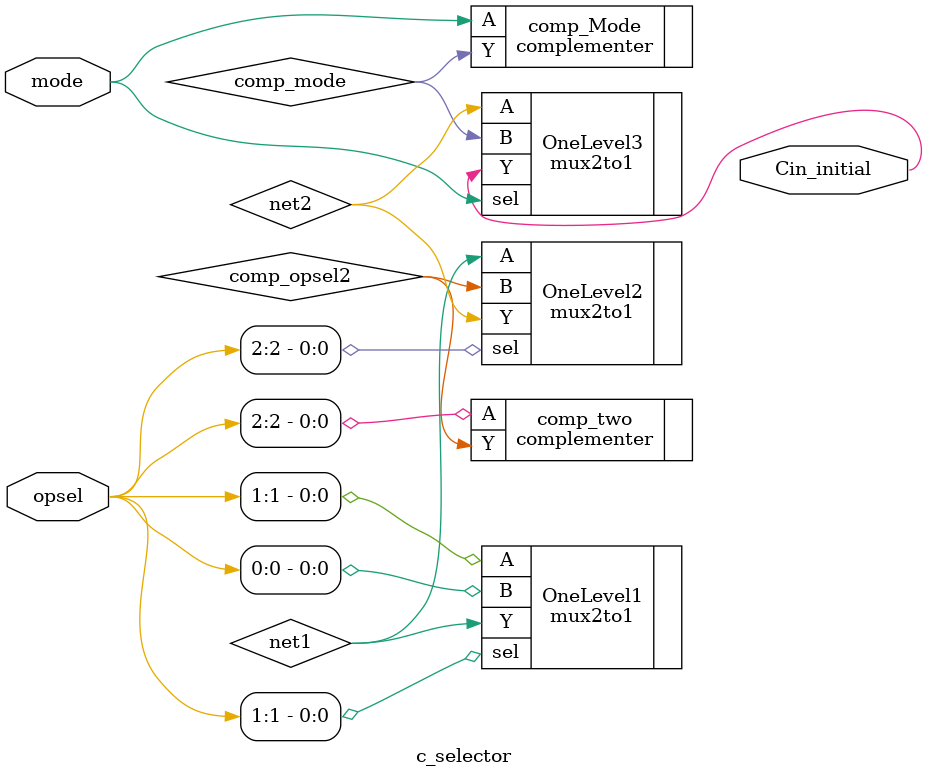
<source format=sv>
`timescale 1ns / 1ps


module c_selector(
    input logic [2:0]opsel,
    input logic mode,
    output logic Cin_initial
    );
    
    wire net1;
    wire net2;
    
    wire comp_opsel2;
    wire comp_mode;
    
    complementer comp_two(
        .A(opsel[2]),
        .Y(comp_opsel2)
    );
    
    complementer comp_Mode(
        .A(mode),
        .Y(comp_mode)
    );
    
    mux2to1 OneLevel1(
        .A(opsel[1]),
        .B(opsel[0]),
        .sel(opsel[1]),
        .Y(net1)
    );
    
    mux2to1 OneLevel2(
        .A(net1),
        .B(comp_opsel2),
        .sel(opsel[2]),
        .Y(net2)
    );
    
    mux2to1 OneLevel3(
        .A(net2),
        .B(comp_mode),
        .sel(mode),
        .Y(Cin_initial)
    );

    
endmodule
</source>
